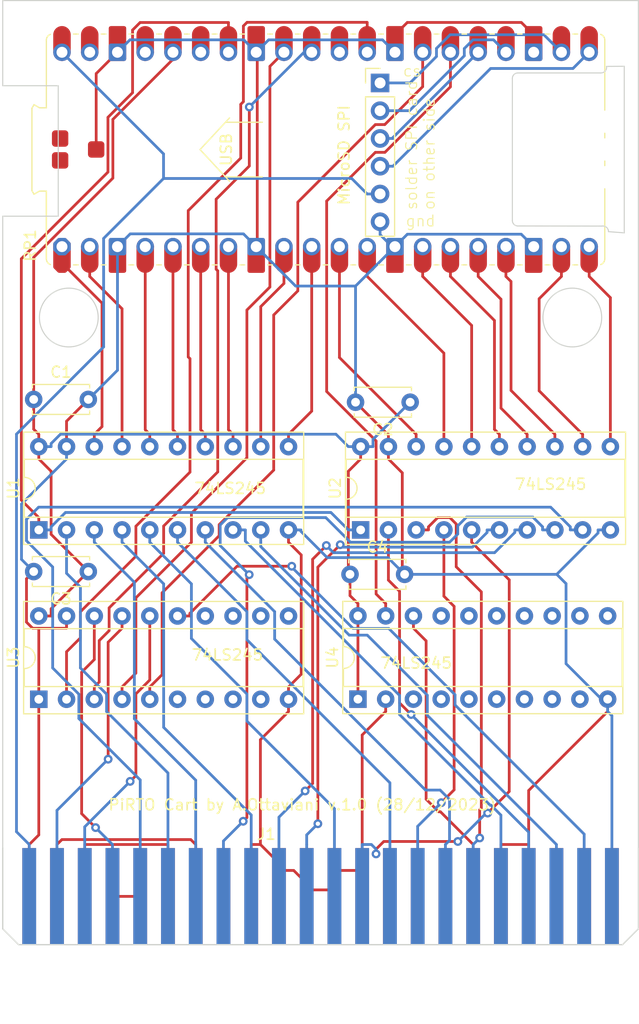
<source format=kicad_pcb>
(kicad_pcb (version 20221018) (generator pcbnew)
  (layers (0 "F.Cu" signal) (31 "B.Cu" signal) (34 "B.Paste" user) (35 "F.Paste" user) (36 "B.SilkS" user "B.Silkscreen") (37 "F.SilkS" user "F.Silkscreen") (38 "B.Mask" user) (39 "F.Mask" user) (44 "Edge.Cuts" user))
  (net 0 "")
  (net 1 "+5V")
  (net 2 "GND")
  (net 3 "~{msync'}")
  (net 4 "d7'")
  (net 6 "d8'")
  (net 7 "d6'")
  (net 8 "~{MSYNC}")
  (net 9 "d9'")
  (net 10 "d5'")
  (net 12 "d10'")
  (net 14 "d4'")
  (net 16 "d11'")
  (net 17 "d3'")
  (net 18 "d12'")
  (net 19 "d13'")
  (net 20 "d2'")
  (net 21 "d14'")
  (net 23 "d1'")
  (net 25 "d0'")
  (net 27 "d15'")
  (net 28 "Net-(J1-Pin_32)")
  (net 29 "bdir'")
  (net 30 "bc2'")
  (net 31 "bc1'")
  (net 32 "DIR")
  (net 33 "D7")
  (net 34 "D6")
  (net 35 "D5")
  (net 36 "D4")
  (net 37 "D3")
  (net 38 "D2")
  (net 39 "D1")
  (net 40 "D0")
  (net 41 "D15")
  (net 42 "Net-(J1-Pin_34)")
  (net 43 "D14")
  (net 44 "Net-(J1-Pin_36)")
  (net 45 "D13")
  (net 46 "D12")
  (net 47 "D11")
  (net 48 "D10")
  (net 49 "D9")
  (net 50 "D8")
  (net 51 "BDIR")
  (net 52 "BC1")
  (net 53 "BC2")
  (net 54 "+3.3V")
  (net 55 "rst'")
  (net 56 "RST")
  (net 65 "unconnected-(RP1-RUN-Pad30)")
  (net 66 "unconnected-(RP1-ADC_VREF-Pad35)")
  (net 67 "unconnected-(RP1-3v3_EN-Pad37)")
  (net 68 "unconnected-(RP1-VSYS-Pad39)")
  (net 71 "CS")
  (net 72 "SCK")
  (net 73 "MOSI")
  (net 74 "MISO")
  (footprint "Connector_PinHeader_2.54mm:PinHeader_1x06_P2.54mm_Vertical" (layer "F.Cu") (at 123.444 113.538)
    (fp_text reference "J2" hide)
    (fp_text value "MicroSD SPI")
  )
  (footprint "Raspberry:Raspberry_Pi_PicoW_SMT_THT" (layer "F.Cu") (at 118.364 119.634 90)
    (fp_text reference "RP1")
    (fp_text value "PicoWModule" hide)
    (fp_line (start -7 25.39) (end -6.99 17.69) (stroke (width 0.1)) (layer "Edge.Cuts"))
    (fp_line (start -6.49 17.19) (end 6.51 17.19) (stroke (width 0.1)) (layer "Edge.Cuts"))
    (fp_line (start 7.01 17.69) (end 7.01 25.3) (stroke (width 0.1)) (layer "Edge.Cuts"))
    (fp_arc (start -7 25.39) (mid -7.116269 25.807922) (end -7.51 25.99) (stroke (width 0.1)) (layer "Edge.Cuts"))
    (fp_arc (start -6.99 17.69) (mid -6.843553 17.336447) (end -6.49 17.19) (stroke (width 0.1)) (layer "Edge.Cuts"))
    (fp_arc (start 6.51 17.19) (mid 6.863553 17.336447) (end 7.01 17.69) (stroke (width 0.1)) (layer "Edge.Cuts"))
    (fp_arc (start 7.61 25.81) (mid 7.192078 25.693732) (end 7.01 25.3) (stroke (width 0.1)) (layer "Edge.Cuts"))
  )
  (footprint "Capacitor_THT:C_Disc_D5.0mm_W2.5mm_P5.00mm" (layer "F.Cu") (at 120.69 158.496)
    (fp_text reference "C4")
    (fp_text value "104")
  )
  (footprint "Capacitor_THT:C_Disc_D5.0mm_W2.5mm_P5.00mm" (layer "F.Cu") (at 126.198 142.748 180)
    (fp_text reference "C2")
    (fp_text value "104")
  )
  (footprint "Capacitor_THT:C_Disc_D5.0mm_W2.5mm_P5.00mm" (layer "F.Cu") (at 96.734 158.242 180)
    (fp_text reference "C3")
    (fp_text value "104")
  )
  (footprint "Package_DIP:DIP-20_W7.62mm_Socket" (layer "F.Cu") (at 92.202 169.926 90)
    (fp_text reference "U3")
    (fp_text value "74LS245")
  )
  (footprint "Package_DIP:DIP-20_W7.62mm_Socket" (layer "F.Cu") (at 121.666 154.432 90)
    (fp_text reference "U2")
    (fp_text value "74LS245")
  )
  (footprint "Package_DIP:DIP-20_W7.62mm_Socket" (layer "F.Cu") (at 92.202 154.432 90)
    (fp_text reference "U1")
    (fp_text value "74LS245")
  )
  (footprint "Capacitor_THT:C_Disc_D5.0mm_W2.5mm_P5.00mm" (layer "F.Cu") (at 91.734 142.494)
    (fp_text reference "C1")
    (fp_text value "104")
  )
  (footprint "Package_DIP:DIP-20_W7.62mm_Socket" (layer "F.Cu") (at 121.417 169.916 90)
    (fp_text reference "U4")
    (fp_text value "74LS245")
  )
  (footprint "Evan's misc parts:edge mounted 44 pin card edge connector (2x22 pin)" (layer "F.Cu") (at 88.9 183.54)
    (fp_text reference "J1")
    (fp_text value "2x22 card edge connector")
    (fp_line (start 0 7.39) (end 0 0) (stroke (width 0.12)) (layer "Edge.Cuts"))
    (fp_line (start 0 7.39) (end 1.45 8.84) (stroke (width 0.12)) (layer "Edge.Cuts"))
    (fp_line (start 56.7414 8.84) (end 1.45 8.84) (stroke (width 0.12)) (layer "Edge.Cuts"))
    (fp_line (start 58.1914 7.39) (end 56.7414 8.84) (stroke (width 0.12)) (layer "Edge.Cuts"))
    (fp_line (start 58.1914 7.39) (end 58.1914 0) (stroke (width 0.12)) (layer "Edge.Cuts"))
  )
  (gr_line (start 88.9 113.792) (end 93.98 113.792) (stroke (width 0.1)) (layer "Edge.Cuts"))
  (gr_line (start 147.0914 183.54) (end 147.0914 106) (stroke (width 0.1)) (layer "Edge.Cuts"))
  (gr_circle (center 94.94866 135) (end 97.63696 135) (stroke (width 0.1)) (fill none) (layer "Edge.Cuts"))
  (gr_line (start 88.9 125.73) (end 88.9 183.54) (stroke (width 0.1)) (layer "Edge.Cuts"))
  (gr_line (start 88.9 106) (end 88.9 113.792) (stroke (width 0.1)) (layer "Edge.Cuts"))
  (gr_line (start 145.796 112.014) (end 144.174 112.024) (stroke (width 0.1)) (layer "Edge.Cuts"))
  (gr_circle (center 141.04274 135) (end 143.73104 135) (stroke (width 0.1)) (fill none) (layer "Edge.Cuts"))
  (gr_line (start 93.98 113.792) (end 93.98 125.73) (stroke (width 0.1)) (layer "Edge.Cuts"))
  (gr_line (start 93.98 125.73) (end 88.9 125.73) (stroke (width 0.1)) (layer "Edge.Cuts"))
  (gr_line (start 145.796 127.254) (end 145.796 112.014) (stroke (width 0.1)) (layer "Edge.Cuts"))
  (gr_line (start 147.0914 106) (end 88.9 106) (stroke (width 0.1)) (layer "Edge.Cuts"))
  (gr_line (start 145.796 127.254) (end 144.354 127.144) (stroke (width 0.1)) (layer "Edge.Cuts"))
  (gr_text "solder SPI card \non other side" (at 128.524 125.222 90) (layer "F.SilkS") (effects (font (size 1 1) (thickness 0.1)) (justify left bottom)))
  (gr_text "cs" (at 125.476 113.03) (layer "F.SilkS") (effects (font (size 1 1) (thickness 0.1)) (justify left bottom)))
  (gr_text "gnd" (at 125.73 126.746) (layer "F.SilkS") (effects (font (size 1 1) (thickness 0.1)) (justify left bottom)))
  (gr_text "PiRTO Cart by A.Ottaviani v.1.0 (28/12/2023)" (at 116.332 179.578) (layer "F.SilkS") (effects (font (size 1 1))))
  (segment (start 94.324 109.134) (end 94.324 110.734) (width 0.25) (layer "F.Cu") (net 1))
  (segment (start 98.1358 137.6922) (end 90.1594 145.6686) (width 0.25) (layer "B.Cu") (net 1))
  (segment (start 91.3257 187.96) (end 91.3257 183.2131) (width 0.25) (layer "B.Cu") (net 1))
  (segment (start 90.1594 182.0468) (end 91.3257 183.2131) (width 0.25) (layer "B.Cu") (net 1))
  (segment (start 103.6201 122.2801) (end 98.1358 127.7644) (width 0.25) (layer "B.Cu") (net 1))
  (segment (start 120.8492 122.2801) (end 122.2671 123.698) (width 0.25) (layer "B.Cu") (net 1))
  (segment (start 90.1594 145.6686) (end 90.1594 182.0468) (width 0.25) (layer "B.Cu") (net 1))
  (segment (start 98.1358 127.7644) (end 98.1358 137.6922) (width 0.25) (layer "B.Cu") (net 1))
  (segment (start 103.6201 122.2801) (end 103.6201 120.0301) (width 0.25) (layer "B.Cu") (net 1))
  (segment (start 103.6201 122.2801) (end 120.8492 122.2801) (width 0.25) (layer "B.Cu") (net 1))
  (segment (start 123.444 123.698) (end 122.2671 123.698) (width 0.25) (layer "B.Cu") (net 1))
  (segment (start 103.6201 120.0301) (end 94.324 110.734) (width 0.25) (layer "B.Cu") (net 1))
  (segment (start 91.734 158.242) (end 91.0751 158.9009) (width 0.25) (layer "F.Cu") (net 2))
  (segment (start 119.2657 187.96) (end 119.2657 187.3666) (width 0.25) (layer "F.Cu") (net 2))
  (segment (start 124.804 128.514) (end 124.804 130.114) (width 0.25) (layer "F.Cu") (net 2))
  (segment (start 111.6457 187.96) (end 111.6457 183.2131) (width 0.25) (layer "F.Cu") (net 2))
  (segment (start 121.8057 185.5865) (end 121.8057 173.1942) (width 0.25) (layer "F.Cu") (net 2))
  (segment (start 96.734 142.494) (end 94.742 144.486) (width 0.25) (layer "F.Cu") (net 2))
  (segment (start 137.504 128.514) (end 137.504 130.114) (width 0.25) (layer "F.Cu") (net 2))
  (segment (start 114.1857 185.5865) (end 114.1857 184.9114) (width 0.25) (layer "F.Cu") (net 2))
  (segment (start 121.8057 187.96) (end 121.8057 185.5865) (width 0.25) (layer "F.Cu") (net 2))
  (segment (start 112.4874 173.6275) (end 112.4874 183.2131) (width 0.25) (layer "F.Cu") (net 2))
  (segment (start 92.202 169.926) (end 92.202 168.7991) (width 0.25) (layer "F.Cu") (net 2))
  (segment (start 112.104 128.514) (end 112.1991 128.4189) (width 0.25) (layer "F.Cu") (net 2))
  (segment (start 137.0457 178.2742) (end 137.0457 183.2131) (width 0.25) (layer "F.Cu") (net 2))
  (segment (start 123.957 169.916) (end 123.957 171.0429) (width 0.25) (layer "F.Cu") (net 2))
  (segment (start 125.9338 108.0042) (end 124.804 109.134) (width 0.25) (layer "F.Cu") (net 2))
  (segment (start 115.062 155.5589) (end 116.2229 156.7198) (width 0.25) (layer "F.Cu") (net 2))
  (segment (start 116.7257 187.3666) (end 119.2657 187.3666) (width 0.25) (layer "F.Cu") (net 2))
  (segment (start 92.202 163.4329) (end 94.742 163.4329) (width 0.25) (layer "F.Cu") (net 2))
  (segment (start 92.202 163.4329) (end 92.202 168.7991) (width 0.25) (layer "F.Cu") (net 2))
  (segment (start 134.5057 187.96) (end 134.5057 183.2131) (width 0.25) (layer "F.Cu") (net 2))
  (segment (start 116.7257 187.3666) (end 116.7257 186.7732) (width 0.25) (layer "F.Cu") (net 2))
  (segment (start 91.0751 162.8695) (end 91.6385 163.4329) (width 0.25) (layer "F.Cu") (net 2))
  (segment (start 136.3742 108.0042) (end 125.9338 108.0042) (width 0.25) (layer "F.Cu") (net 2))
  (segment (start 92.202 169.926) (end 92.202 182.3368) (width 0.25) (layer "F.Cu") (net 2))
  (segment (start 137.504 110.734) (end 137.504 109.134) (width 0.25) (layer "F.Cu") (net 2))
  (segment (start 114.1857 184.9114) (end 112.4874 183.2131) (width 0.25) (layer "F.Cu") (net 2))
  (segment (start 125.69 158.496) (end 125.476 158.282) (width 0.25) (layer "F.Cu") (net 2))
  (segment (start 124.1351 145.6851) (end 121.198 142.748) (width 0.25) (layer "F.Cu") (net 2))
  (segment (start 115.539 185.5865) (end 114.1857 185.5865) (width 0.25) (layer "F.Cu") (net 2))
  (segment (start 144.277 169.916) (end 144.277 171.0429) (width 0.25) (layer "F.Cu") (net 2))
  (segment (start 116.7257 186.7732) (end 115.539 185.5865) (width 0.25) (layer "F.Cu") (net 2))
  (segment (start 115.062 169.926) (end 115.062 168.7991) (width 0.25) (layer "F.Cu") (net 2))
  (segment (start 125.476 149.2089) (end 124.206 147.9389) (width 0.25) (layer "F.Cu") (net 2))
  (segment (start 144.277 171.0429) (end 137.0457 178.2742) (width 0.25) (layer "F.Cu") (net 2))
  (segment (start 91.6385 163.4329) (end 92.202 163.4329) (width 0.25) (layer "F.Cu") (net 2))
  (segment (start 112.4874 183.2131) (end 111.6457 183.2131) (width 0.25) (layer "F.Cu") (net 2))
  (segment (start 99.404 128.514) (end 99.404 130.114) (width 0.25) (layer "F.Cu") (net 2))
  (segment (start 116.7257 187.96) (end 116.7257 187.3666) (width 0.25) (layer "F.Cu") (net 2))
  (segment (start 115.062 171.0529) (end 112.4874 173.6275) (width 0.25) (layer "F.Cu") (net 2))
  (segment (start 124.206 146.812) (end 124.206 145.6851) (width 0.25) (layer "F.Cu") (net 2))
  (segment (start 116.2229 156.7198) (end 116.2229 167.6382) (width 0.25) (layer "F.Cu") (net 2))
  (segment (start 116.2229 167.6382) (end 115.062 168.7991) (width 0.25) (layer "F.Cu") (net 2))
  (segment (start 115.062 154.432) (end 115.062 155.5589) (width 0.25) (layer "F.Cu") (net 2))
  (segment (start 124.206 145.6851) (end 124.1351 145.6851) (width 0.25) (layer "F.Cu") (net 2))
  (segment (start 119.2657 187.3666) (end 119.2657 185.5865) (width 0.25) (layer "F.Cu") (net 2))
  (segment (start 137.0457 187.96) (end 137.0457 183.3265) (width 0.25) (layer "F.Cu") (net 2))
  (segment (start 112.104 130.114) (end 112.104 128.514) (width 0.25) (layer "F.Cu") (net 2))
  (segment (start 99.404 109.134) (end 99.404 110.734) (width 0.25) (layer "F.Cu") (net 2))
  (segment (start 121.8057 185.5865) (end 119.2657 185.5865) (width 0.25) (layer "F.Cu") (net 2))
  (segment (start 121.8057 173.1942) (end 123.957 171.0429) (width 0.25) (layer "F.Cu") (net 2))
  (segment (start 92.202 182.3368) (end 91.3257 183.2131) (width 0.25) (layer "F.Cu") (net 2))
  (segment (start 112.1991 128.4189) (end 112.1991 110.8291) (width 0.25) (layer "F.Cu") (net 2))
  (segment (start 137.0457 183.2131) (end 134.5057 183.2131) (width 0.25) (layer "F.Cu") (net 2))
  (segment (start 94.742 144.486) (end 94.742 146.812) (width 0.25) (layer "F.Cu") (net 2))
  (segment (start 137.0457 183.3265) (end 137.0457 183.2131) (width 0.25) (layer "F.Cu") (net 2))
  (segment (start 97.454 112.684) (end 99.404 110.734) (width 0.25) (layer "F.Cu") (net 2))
  (segment (start 125.476 158.282) (end 125.476 149.2089) (width 0.25) (layer "F.Cu") (net 2))
  (segment (start 91.3257 187.96) (end 91.3257 183.2131) (width 0.25) (layer "F.Cu") (net 2))
  (segment (start 124.206 146.812) (end 124.206 147.9389) (width 0.25) (layer "F.Cu") (net 2))
  (segment (start 94.742 162.306) (end 94.742 163.4329) (width 0.25) (layer "F.Cu") (net 2))
  (segment (start 137.504 109.134) (end 136.3742 108.0042) (width 0.25) (layer "F.Cu") (net 2))
  (segment (start 112.1991 110.8291) (end 112.104 110.734) (width 0.25) (layer "F.Cu") (net 2))
  (segment (start 91.0751 158.9009) (end 91.0751 162.8695) (width 0.25) (layer "F.Cu") (net 2))
  (segment (start 114.1857 187.96) (end 114.1857 185.5865) (width 0.25) (layer "F.Cu") (net 2))
  (segment (start 115.062 169.926) (end 115.062 171.0529) (width 0.25) (layer "F.Cu") (net 2))
  (segment (start 124.804 109.134) (end 124.804 110.734) (width 0.25) (layer "F.Cu") (net 2))
  (segment (start 97.454 119.624) (end 97.454 112.684) (width 0.25) (layer "F.Cu") (net 2))
  (segment (start 112.104 109.134) (end 112.104 110.734) (width 0.25) (layer "F.Cu") (net 2))
  (segment (start 124.804 128.514) (end 125.9417 127.3763) (width 0.25) (layer "B.Cu") (net 2))
  (segment (start 124.4873 128.514) (end 124.804 128.514) (width 0.25) (layer "B.Cu") (net 2))
  (segment (start 144.277 169.916) (end 144.277 170.4794) (width 0.25) (layer "B.Cu") (net 2))
  (segment (start 110.9659 109.5959) (end 112.104 110.734) (width 0.25) (layer "B.Cu") (net 2))
  (segment (start 140.467 159.3462) (end 139.6168 158.496) (width 0.25) (layer "B.Cu") (net 2))
  (segment (start 123.6668 109.5968) (end 113.2412 109.5968) (width 0.25) (layer "B.Cu") (net 2))
  (segment (start 121.198 142.748) (end 121.198 132.12) (width 0.25) (layer "B.Cu") (net 2))
  (segment (start 124.1592 156.9652) (end 125.69 158.496) (width 0.25) (layer "B.Cu") (net 2))
  (segment (start 121.198 132.12) (end 115.71 132.12) (width 0.25) (layer "B.Cu") (net 2))
  (segment (start 123.444 126.238) (end 123.444 127.4149) (width 0.25) (layer "B.Cu") (net 2))
  (segment (start 124.804 110.734) (end 123.6668 109.5968) (width 0.25) (layer "B.Cu") (net 2))
  (segment (start 124.4873 128.4582) (end 123.444 127.4149) (width 0.25) (layer "B.Cu") (net 2))
  (segment (start 144.6657 187.96) (end 144.6657 171.4316) (width 0.25) (layer "B.Cu") (net 2))
  (segment (start 121.198 132.12) (end 124.4873 128.8307) (width 0.25) (layer "B.Cu") (net 2))
  (segment (start 100.5712 127.3468) (end 110.9368 127.3468) (width 0.25) (layer "B.Cu") (net 2))
  (segment (start 99.404 110.734) (end 100.5421 109.5959) (width 0.25) (layer "B.Cu") (net 2))
  (segment (start 90.6184 157.1264) (end 91.734 158.242) (width 0.25) (layer "B.Cu") (net 2))
  (segment (start 113.2412 109.5968) (end 112.104 110.734) (width 0.25) (layer "B.Cu") (net 2))
  (segment (start 124.4873 128.8307) (end 124.4873 128.514) (width 0.25) (layer "B.Cu") (net 2))
  (segment (start 110.9368 127.3468) (end 112.104 128.514) (width 0.25) (layer "B.Cu") (net 2))
  (segment (start 124.4873 128.514) (end 124.4873 128.4582) (width 0.25) (layer "B.Cu") (net 2))
  (segment (start 116.1889 154.5531) (end 118.601 156.9652) (width 0.25) (layer "B.Cu") (net 2))
  (segment (start 116.1889 154.432) (end 116.1889 154.5531) (width 0.25) (layer "B.Cu") (net 2))
  (segment (start 94.742 146.812) (end 94.742 147.9389) (width 0.25) (layer "B.Cu") (net 2))
  (segment (start 144.526 154.432) (end 143.3991 154.432) (width 0.25) (layer "B.Cu") (net 2))
  (segment (start 139.6168 158.496) (end 125.69 158.496) (width 0.25) (layer "B.Cu") (net 2))
  (segment (start 143.3991 154.432) (end 143.3991 154.7137) (width 0.25) (layer "B.Cu") (net 2))
  (segment (start 90.6184 152.0625) (end 90.6184 157.1264) (width 0.25) (layer "B.Cu") (net 2))
  (segment (start 144.6657 171.4316) (end 144.277 171.0429) (width 0.25) (layer "B.Cu") (net 2))
  (segment (start 144.277 170.4794) (end 140.467 166.6694) (width 0.25) (layer "B.Cu") (net 2))
  (segment (start 118.601 156.9652) (end 124.1592 156.9652) (width 0.25) (layer "B.Cu") (net 2))
  (segment (start 144.277 170.4794) (end 144.277 171.0429) (width 0.25) (layer "B.Cu") (net 2))
  (segment (start 115.71 132.12) (end 112.104 128.514) (width 0.25) (layer "B.Cu") (net 2))
  (segment (start 115.062 154.432) (end 116.1889 154.432) (width 0.25) (layer "B.Cu") (net 2))
  (segment (start 136.3663 127.3763) (end 137.504 128.514) (width 0.25) (layer "B.Cu") (net 2))
  (segment (start 99.404 139.824) (end 96.734 142.494) (width 0.25) (layer "B.Cu") (net 2))
  (segment (start 100.5421 109.5959) (end 110.9659 109.5959) (width 0.25) (layer "B.Cu") (net 2))
  (segment (start 143.3991 154.7137) (end 139.6168 158.496) (width 0.25) (layer "B.Cu") (net 2))
  (segment (start 99.404 128.514) (end 100.5712 127.3468) (width 0.25) (layer "B.Cu") (net 2))
  (segment (start 94.742 147.9389) (end 90.6184 152.0625) (width 0.25) (layer "B.Cu") (net 2))
  (segment (start 99.404 128.514) (end 99.404 139.824) (width 0.25) (layer "B.Cu") (net 2))
  (segment (start 125.9417 127.3763) (end 136.3663 127.3763) (width 0.25) (layer "B.Cu") (net 2))
  (segment (start 140.467 166.6694) (end 140.467 159.3462) (width 0.25) (layer "B.Cu") (net 2))
  (segment (start 110.3475 157.7539) (end 106.0289 162.0725) (width 0.25) (layer "F.Cu") (net 3))
  (segment (start 104.902 162.306) (end 106.0289 162.306) (width 0.25) (layer "F.Cu") (net 3))
  (segment (start 106.0289 162.0725) (end 106.0289 162.306) (width 0.25) (layer "F.Cu") (net 3))
  (segment (start 115.3562 157.7539) (end 110.3475 157.7539) (width 0.25) (layer "F.Cu") (net 3))
  (via (at 115.3562 157.7539) (size 0.8) (drill 0.4) (layers "F.Cu" "B.Cu") (net 3))
  (segment (start 142.1257 187.96) (end 142.1257 182.2649) (width 0.25) (layer "B.Cu") (net 3))
  (segment (start 130.307 169.5149) (end 124.2395 163.4474) (width 0.25) (layer "B.Cu") (net 3))
  (segment (start 142.1257 182.2649) (end 130.307 170.4462) (width 0.25) (layer "B.Cu") (net 3))
  (segment (start 120.9676 163.4474) (end 115.3562 157.836) (width 0.25) (layer "B.Cu") (net 3))
  (segment (start 124.2395 163.4474) (end 120.9676 163.4474) (width 0.25) (layer "B.Cu") (net 3))
  (segment (start 115.3562 157.836) (end 115.3562 157.7539) (width 0.25) (layer "B.Cu") (net 3))
  (segment (start 130.307 170.4462) (end 130.307 169.5149) (width 0.25) (layer "B.Cu") (net 3))
  (segment (start 139.5857 187.96) (end 139.5857 183.2131) (width 0.25) (layer "B.Cu") (net 4))
  (segment (start 112.522 154.432) (end 112.522 155.5589) (width 0.25) (layer "B.Cu") (net 4))
  (segment (start 112.522 155.9583) (end 120.6221 164.0584) (width 0.25) (layer "B.Cu") (net 4))
  (segment (start 120.6221 164.0584) (end 122.2711 164.0584) (width 0.25) (layer "B.Cu") (net 4))
  (segment (start 122.2711 164.0584) (end 127.767 169.5543) (width 0.25) (layer "B.Cu") (net 4))
  (segment (start 127.767 171.3944) (end 139.5857 183.2131) (width 0.25) (layer "B.Cu") (net 4))
  (segment (start 112.522 155.5589) (end 112.522 155.9583) (width 0.25) (layer "B.Cu") (net 4))
  (segment (start 127.767 169.5543) (end 127.767 171.3944) (width 0.25) (layer "B.Cu") (net 4))
  (segment (start 124.206 159.0249) (end 124.206 154.432) (width 0.25) (layer "F.Cu") (net 6))
  (segment (start 125.227 170.2612) (end 125.227 160.0459) (width 0.25) (layer "F.Cu") (net 6))
  (segment (start 126.2845 171.3187) (end 125.227 170.2612) (width 0.25) (layer "F.Cu") (net 6))
  (segment (start 125.227 160.0459) (end 124.206 159.0249) (width 0.25) (layer "F.Cu") (net 6))
  (via (at 126.2845 171.3187) (size 0.8) (drill 0.4) (layers "F.Cu" "B.Cu") (net 6))
  (segment (start 137.0457 187.96) (end 137.0457 182.0799) (width 0.25) (layer "B.Cu") (net 6))
  (segment (start 137.0457 182.0799) (end 126.2845 171.3187) (width 0.25) (layer "B.Cu") (net 6))
  (segment (start 109.982 154.432) (end 111.1089 154.432) (width 0.25) (layer "B.Cu") (net 7))
  (segment (start 125.227 171.3268) (end 133.5118 179.6116) (width 0.25) (layer "B.Cu") (net 7))
  (segment (start 111.1089 154.432) (end 111.1089 155.4544) (width 0.25) (layer "B.Cu") (net 7))
  (segment (start 125.227 169.5725) (end 125.227 171.3268) (width 0.25) (layer "B.Cu") (net 7))
  (segment (start 134.5057 180.527) (end 134.5057 183.2131) (width 0.25) (layer "B.Cu") (net 7))
  (segment (start 133.5903 179.6116) (end 134.5057 180.527) (width 0.25) (layer "B.Cu") (net 7))
  (segment (start 133.5118 179.6116) (end 133.5903 179.6116) (width 0.25) (layer "B.Cu") (net 7))
  (segment (start 134.5057 187.96) (end 134.5057 183.2131) (width 0.25) (layer "B.Cu") (net 7))
  (segment (start 111.1089 155.4544) (end 125.227 169.5725) (width 0.25) (layer "B.Cu") (net 7))
  (segment (start 103.4889 167.6722) (end 103.4889 160.1853) (width 0.25) (layer "F.Cu") (net 8))
  (segment (start 113.7059 148.9576) (end 113.7059 134.7682) (width 0.25) (layer "F.Cu") (net 8))
  (segment (start 108.712 154.9622) (end 108.712 153.9515) (width 0.25) (layer "F.Cu") (net 8))
  (segment (start 127.344 113.8789) (end 127.344 110.734) (width 0.25) (layer "F.Cu") (net 8))
  (segment (start 115.914 124.4448) (end 123.0108 117.348) (width 0.25) (layer "F.Cu") (net 8))
  (segment (start 113.7059 134.7682) (end 115.914 132.5601) (width 0.25) (layer "F.Cu") (net 8))
  (segment (start 127.344 109.134) (end 127.344 110.734) (width 0.25) (layer "F.Cu") (net 8))
  (segment (start 102.362 168.7991) (end 103.4889 167.6722) (width 0.25) (layer "F.Cu") (net 8))
  (segment (start 123.0108 117.348) (end 123.8749 117.348) (width 0.25) (layer "F.Cu") (net 8))
  (segment (start 115.914 132.5601) (end 115.914 124.4448) (width 0.25) (layer "F.Cu") (net 8))
  (segment (start 103.4889 160.1853) (end 108.712 154.9622) (width 0.25) (layer "F.Cu") (net 8))
  (segment (start 102.362 169.926) (end 102.362 168.7991) (width 0.25) (layer "F.Cu") (net 8))
  (segment (start 108.712 153.9515) (end 113.7059 148.9576) (width 0.25) (layer "F.Cu") (net 8))
  (segment (start 123.8749 117.348) (end 127.344 113.8789) (width 0.25) (layer "F.Cu") (net 8))
  (segment (start 132.5623 180.0375) (end 132.5623 182.6165) (width 0.25) (layer "F.Cu") (net 9))
  (segment (start 127.8729 154.1503) (end 128.7191 153.3041) (width 0.25) (layer "F.Cu") (net 9))
  (segment (start 129.8306 153.3041) (end 130.4129 153.8864) (width 0.25) (layer "F.Cu") (net 9))
  (segment (start 127.8729 154.432) (end 127.8729 154.1503) (width 0.25) (layer "F.Cu") (net 9))
  (segment (start 132.7124 160.1031) (end 132.7124 179.8874) (width 0.25) (layer "F.Cu") (net 9))
  (segment (start 128.7191 153.3041) (end 129.8306 153.3041) (width 0.25) (layer "F.Cu") (net 9))
  (segment (start 132.7124 179.8874) (end 132.5623 180.0375) (width 0.25) (layer "F.Cu") (net 9))
  (segment (start 126.746 154.432) (end 127.8729 154.432) (width 0.25) (layer "F.Cu") (net 9))
  (segment (start 130.4129 157.8036) (end 132.7124 160.1031) (width 0.25) (layer "F.Cu") (net 9))
  (segment (start 130.4129 153.8864) (end 130.4129 157.8036) (width 0.25) (layer "F.Cu") (net 9))
  (via (at 132.5623 182.6165) (size 0.8) (drill 0.4) (layers "F.Cu" "B.Cu") (net 9))
  (segment (start 131.9657 183.2131) (end 132.5623 182.6165) (width 0.25) (layer "B.Cu") (net 9))
  (segment (start 131.9657 187.96) (end 131.9657 183.2131) (width 0.25) (layer "B.Cu") (net 9))
  (segment (start 113.792 164.4232) (end 113.792 161.9089) (width 0.25) (layer "B.Cu") (net 10))
  (segment (start 128.9427 178.2335) (end 127.6023 178.2335) (width 0.25) (layer "B.Cu") (net 10))
  (segment (start 127.6023 178.2335) (end 113.792 164.4232) (width 0.25) (layer "B.Cu") (net 10))
  (segment (start 129.8018 179.0926) (end 128.9427 178.2335) (width 0.25) (layer "B.Cu") (net 10))
  (segment (start 129.8018 182.837) (end 129.8018 179.0926) (width 0.25) (layer "B.Cu") (net 10))
  (segment (start 107.442 154.432) (end 107.442 155.5589) (width 0.25) (layer "B.Cu") (net 10))
  (segment (start 129.4257 187.96) (end 129.4257 183.2131) (width 0.25) (layer "B.Cu") (net 10))
  (segment (start 113.792 161.9089) (end 107.442 155.5589) (width 0.25) (layer "B.Cu") (net 10))
  (segment (start 129.4257 183.2131) (end 129.8018 182.837) (width 0.25) (layer "B.Cu") (net 10))
  (segment (start 129.286 160.4941) (end 129.286 154.432) (width 0.25) (layer "F.Cu") (net 12))
  (segment (start 130.2209 161.429) (end 129.286 160.4941) (width 0.25) (layer "F.Cu") (net 12))
  (segment (start 129.0458 179.3868) (end 130.2209 178.2117) (width 0.25) (layer "F.Cu") (net 12))
  (segment (start 130.2209 178.2117) (end 130.2209 161.429) (width 0.25) (layer "F.Cu") (net 12))
  (via (at 129.0458 179.3868) (size 0.8) (drill 0.4) (layers "F.Cu" "B.Cu") (net 12))
  (segment (start 126.8857 181.5469) (end 129.0458 179.3868) (width 0.25) (layer "B.Cu") (net 12))
  (segment (start 126.8857 187.96) (end 126.8857 181.5469) (width 0.25) (layer "B.Cu") (net 12))
  (segment (start 124.3457 187.96) (end 124.3457 177.57) (width 0.25) (layer "B.Cu") (net 14))
  (segment (start 111.252 161.9089) (end 104.902 155.5589) (width 0.25) (layer "B.Cu") (net 14))
  (segment (start 111.252 164.4763) (end 111.252 161.9089) (width 0.25) (layer "B.Cu") (net 14))
  (segment (start 104.902 154.432) (end 104.902 155.5589) (width 0.25) (layer "B.Cu") (net 14))
  (segment (start 124.3457 177.57) (end 111.252 164.4763) (width 0.25) (layer "B.Cu") (net 14))
  (segment (start 135.2661 178.3616) (end 135.2661 158.999) (width 0.25) (layer "F.Cu") (net 16))
  (segment (start 133.2892 180.3385) (end 135.2661 178.3616) (width 0.25) (layer "F.Cu") (net 16))
  (segment (start 131.826 154.432) (end 131.826 155.5589) (width 0.25) (layer "F.Cu") (net 16))
  (segment (start 123.0757 183.6445) (end 123.7836 182.9366) (width 0.25) (layer "F.Cu") (net 16))
  (segment (start 123.7836 182.9366) (end 130.5631 182.9366) (width 0.25) (layer "F.Cu") (net 16))
  (segment (start 135.2661 158.999) (end 131.826 155.5589) (width 0.25) (layer "F.Cu") (net 16))
  (segment (start 123.0757 184.0745) (end 123.0757 183.6445) (width 0.25) (layer "F.Cu") (net 16))
  (via (at 133.2892 180.3385) (size 0.8) (drill 0.4) (layers "F.Cu" "B.Cu") (net 16))
  (via (at 130.5631 182.9366) (size 0.8) (drill 0.4) (layers "F.Cu" "B.Cu") (net 16))
  (via (at 123.0757 184.0745) (size 0.8) (drill 0.4) (layers "F.Cu" "B.Cu") (net 16))
  (segment (start 121.8057 187.96) (end 121.8057 183.2131) (width 0.25) (layer "B.Cu") (net 16))
  (segment (start 133.1612 180.3385) (end 130.5631 182.9366) (width 0.25) (layer "B.Cu") (net 16))
  (segment (start 123.0756 184.0745) (end 123.0757 184.0745) (width 0.25) (layer "B.Cu") (net 16))
  (segment (start 133.2892 180.3385) (end 133.1612 180.3385) (width 0.25) (layer "B.Cu") (net 16))
  (segment (start 122.6474 183.2131) (end 123.0756 183.6413) (width 0.25) (layer "B.Cu") (net 16))
  (segment (start 121.8057 183.2131) (end 122.6474 183.2131) (width 0.25) (layer "B.Cu") (net 16))
  (segment (start 123.0756 183.6413) (end 123.0756 184.0745) (width 0.25) (layer "B.Cu") (net 16))
  (segment (start 119.2657 187.96) (end 119.2657 179.9364) (width 0.25) (layer "B.Cu") (net 17))
  (segment (start 111.252 171.9227) (end 111.252 169.4455) (width 0.25) (layer "B.Cu") (net 17))
  (segment (start 111.252 169.4455) (end 106.172 164.3655) (width 0.25) (layer "B.Cu") (net 17))
  (segment (start 119.2657 179.9364) (end 111.252 171.9227) (width 0.25) (layer "B.Cu") (net 17))
  (segment (start 102.362 154.432) (end 102.362 155.5589) (width 0.25) (layer "B.Cu") (net 17))
  (segment (start 106.172 164.3655) (end 106.172 159.3689) (width 0.25) (layer "B.Cu") (net 17))
  (segment (start 106.172 159.3689) (end 102.362 155.5589) (width 0.25) (layer "B.Cu") (net 17))
  (segment (start 117.7483 181.3125) (end 117.7483 157.8331) (width 0.25) (layer "F.Cu") (net 18))
  (segment (start 117.7483 157.8331) (end 119.7966 155.7848) (width 0.25) (layer "F.Cu") (net 18))
  (via (at 119.7966 155.7848) (size 0.8) (drill 0.4) (layers "F.Cu" "B.Cu") (net 18))
  (via (at 117.7483 181.3125) (size 0.8) (drill 0.4) (layers "F.Cu" "B.Cu") (net 18))
  (segment (start 116.7257 182.3351) (end 117.7483 181.3125) (width 0.25) (layer "B.Cu") (net 18))
  (segment (start 133.2391 154.6655) (end 131.8938 156.0108) (width 0.25) (layer "B.Cu") (net 18))
  (segment (start 116.7257 187.96) (end 116.7257 183.2131) (width 0.25) (layer "B.Cu") (net 18))
  (segment (start 120.0226 156.0108) (end 119.7966 155.7848) (width 0.25) (layer "B.Cu") (net 18))
  (segment (start 131.8938 156.0108) (end 120.0226 156.0108) (width 0.25) (layer "B.Cu") (net 18))
  (segment (start 133.2391 154.432) (end 133.2391 154.6655) (width 0.25) (layer "B.Cu") (net 18))
  (segment (start 116.7257 183.2131) (end 116.7257 182.3351) (width 0.25) (layer "B.Cu") (net 18))
  (segment (start 134.366 154.432) (end 133.2391 154.432) (width 0.25) (layer "B.Cu") (net 18))
  (segment (start 117.269 157.1141) (end 118.5234 155.8597) (width 0.25) (layer "F.Cu") (net 19))
  (segment (start 117.269 177.6289) (end 117.269 157.1141) (width 0.25) (layer "F.Cu") (net 19))
  (segment (start 116.5838 178.3141) (end 117.269 177.6289) (width 0.25) (layer "F.Cu") (net 19))
  (via (at 118.5234 155.8597) (size 0.8) (drill 0.4) (layers "F.Cu" "B.Cu") (net 19))
  (via (at 116.5838 178.3141) (size 0.8) (drill 0.4) (layers "F.Cu" "B.Cu") (net 19))
  (segment (start 133.9313 156.5133) (end 135.7791 154.6655) (width 0.25) (layer "B.Cu") (net 19))
  (segment (start 135.7791 154.6655) (end 135.7791 154.432) (width 0.25) (layer "B.Cu") (net 19))
  (segment (start 118.5234 155.8597) (end 119.177 156.5133) (width 0.25) (layer "B.Cu") (net 19))
  (segment (start 114.1857 187.96) (end 114.1857 180.7122) (width 0.25) (layer "B.Cu") (net 19))
  (segment (start 114.1857 180.7122) (end 116.5838 178.3141) (width 0.25) (layer "B.Cu") (net 19))
  (segment (start 136.906 154.432) (end 135.7791 154.432) (width 0.25) (layer "B.Cu") (net 19))
  (segment (start 119.177 156.5133) (end 133.9313 156.5133) (width 0.25) (layer "B.Cu") (net 19))
  (segment (start 103.6319 159.3688) (end 103.6319 172.4946) (width 0.25) (layer "B.Cu") (net 20))
  (segment (start 99.822 154.432) (end 99.822 155.5589) (width 0.25) (layer "B.Cu") (net 20))
  (segment (start 111.6457 180.5084) (end 111.6457 187.96) (width 0.25) (layer "B.Cu") (net 20))
  (segment (start 99.822 155.5589) (end 103.6319 159.3688) (width 0.25) (layer "B.Cu") (net 20))
  (segment (start 103.6319 172.4946) (end 111.6457 180.5084) (width 0.25) (layer "B.Cu") (net 20))
  (segment (start 111.252 158.7337) (end 111.4613 158.5244) (width 0.25) (layer "F.Cu") (net 21))
  (segment (start 111.252 180.7471) (end 111.252 158.7337) (width 0.25) (layer "F.Cu") (net 21))
  (segment (start 110.9127 181.0864) (end 111.252 180.7471) (width 0.25) (layer "F.Cu") (net 21))
  (via (at 110.9127 181.0864) (size 0.8) (drill 0.4) (layers "F.Cu" "B.Cu") (net 21))
  (via (at 111.4613 158.5244) (size 0.8) (drill 0.4) (layers "F.Cu" "B.Cu") (net 21))
  (segment (start 111.4613 158.5244) (end 108.806 155.8691) (width 0.25) (layer "B.Cu") (net 21))
  (segment (start 139.446 154.432) (end 138.3191 154.432) (width 0.25) (layer "B.Cu") (net 21))
  (segment (start 138.3191 154.1503) (end 138.3191 154.432) (width 0.25) (layer "B.Cu") (net 21))
  (segment (start 109.1057 182.8934) (end 110.9127 181.0864) (width 0.25) (layer "B.Cu") (net 21))
  (segment (start 120.7306 155.5589) (end 129.8064 155.5589) (width 0.25) (layer "B.Cu") (net 21))
  (segment (start 129.8064 155.5589) (end 130.556 154.8093) (width 0.25) (layer "B.Cu") (net 21))
  (segment (start 131.3617 153.2555) (end 137.4243 153.2555) (width 0.25) (layer "B.Cu") (net 21))
  (segment (start 130.556 154.8093) (end 130.556 154.0612) (width 0.25) (layer "B.Cu") (net 21))
  (segment (start 137.4243 153.2555) (end 138.3191 154.1503) (width 0.25) (layer "B.Cu") (net 21))
  (segment (start 109.4872 153.3051) (end 118.4768 153.3051) (width 0.25) (layer "B.Cu") (net 21))
  (segment (start 130.556 154.0612) (end 131.3617 153.2555) (width 0.25) (layer "B.Cu") (net 21))
  (segment (start 118.4768 153.3051) (end 120.7306 155.5589) (width 0.25) (layer "B.Cu") (net 21))
  (segment (start 108.806 155.8691) (end 108.806 153.9863) (width 0.25) (layer "B.Cu") (net 21))
  (segment (start 109.1057 187.96) (end 109.1057 182.8934) (width 0.25) (layer "B.Cu") (net 21))
  (segment (start 108.806 153.9863) (end 109.4872 153.3051) (width 0.25) (layer "B.Cu") (net 21))
  (segment (start 97.282 154.432) (end 97.282 155.5589) (width 0.25) (layer "B.Cu") (net 23))
  (segment (start 100.9489 171.713) (end 100.9489 159.2258) (width 0.25) (layer "B.Cu") (net 23))
  (segment (start 106.5657 177.3298) (end 100.9489 171.713) (width 0.25) (layer "B.Cu") (net 23))
  (segment (start 106.5657 187.96) (end 106.5657 177.3298) (width 0.25) (layer "B.Cu") (net 23))
  (segment (start 100.9489 159.2258) (end 97.282 155.5589) (width 0.25) (layer "B.Cu") (net 23))
  (segment (start 96.0121 159.6678) (end 94.742 158.3977) (width 0.25) (layer "B.Cu") (net 25))
  (segment (start 96.0121 167.0624) (end 96.0121 159.6678) (width 0.25) (layer "B.Cu") (net 25))
  (segment (start 104.0257 187.96) (end 104.0257 176.6698) (width 0.25) (layer "B.Cu") (net 25))
  (segment (start 98.4089 169.4592) (end 96.0121 167.0624) (width 0.25) (layer "B.Cu") (net 25))
  (segment (start 104.0257 176.6698) (end 98.4089 171.053) (width 0.25) (layer "B.Cu") (net 25))
  (segment (start 98.4089 171.053) (end 98.4089 169.4592) (width 0.25) (layer "B.Cu") (net 25))
  (segment (start 94.742 158.3977) (end 94.742 154.432) (width 0.25) (layer "B.Cu") (net 25))
  (segment (start 93.4721 167.0624) (end 95.8689 169.4592) (width 0.25) (layer "B.Cu") (net 27))
  (segment (start 93.4721 157.8243) (end 93.4721 167.0624) (width 0.25) (layer "B.Cu") (net 27))
  (segment (start 141.986 154.432) (end 140.8591 154.432) (width 0.25) (layer "B.Cu") (net 27))
  (segment (start 140.8591 154.432) (end 140.8591 154.1503) (width 0.25) (layer "B.Cu") (net 27))
  (segment (start 95.8689 171.6893) (end 101.4857 177.3061) (width 0.25) (layer "B.Cu") (net 27))
  (segment (start 101.4857 177.3061) (end 101.4857 187.96) (width 0.25) (layer "B.Cu") (net 27))
  (segment (start 92.1828 152.3494) (end 91.0751 153.4571) (width 0.25) (layer "B.Cu") (net 27))
  (segment (start 95.8689 169.4592) (end 95.8689 171.6893) (width 0.25) (layer "B.Cu") (net 27))
  (segment (start 91.0751 153.4571) (end 91.0751 155.4273) (width 0.25) (layer "B.Cu") (net 27))
  (segment (start 140.8591 154.1503) (end 139.0582 152.3494) (width 0.25) (layer "B.Cu") (net 27))
  (segment (start 139.0582 152.3494) (end 92.1828 152.3494) (width 0.25) (layer "B.Cu") (net 27))
  (segment (start 91.0751 155.4273) (end 93.4721 157.8243) (width 0.25) (layer "B.Cu") (net 27))
  (segment (start 106.5657 187.96) (end 106.5657 183.2131) (width 0.25) (layer "F.Cu") (net 28))
  (segment (start 106.5657 183.2131) (end 106.1138 182.7612) (width 0.25) (layer "F.Cu") (net 28))
  (segment (start 94.3176 182.7612) (end 93.8657 183.2131) (width 0.25) (layer "F.Cu") (net 28))
  (segment (start 106.1138 182.7612) (end 94.3176 182.7612) (width 0.25) (layer "F.Cu") (net 28))
  (segment (start 93.8657 187.96) (end 93.8657 183.2131) (width 0.25) (layer "F.Cu") (net 28))
  (segment (start 96.1246 167.4464) (end 97.282 166.289) (width 0.25) (layer "F.Cu") (net 29))
  (segment (start 96.1246 180.392) (end 96.1246 167.4464) (width 0.25) (layer "F.Cu") (net 29))
  (segment (start 97.4001 181.6675) (end 96.1246 180.392) (width 0.25) (layer "F.Cu") (net 29))
  (segment (start 97.282 166.289) (end 97.282 162.306) (width 0.25) (layer "F.Cu") (net 29))
  (via (at 97.4001 181.6675) (size 0.8) (drill 0.4) (layers "F.Cu" "B.Cu") (net 29))
  (segment (start 98.9457 183.2131) (end 97.4001 181.6675) (width 0.25) (layer "B.Cu") (net 29))
  (segment (start 98.9457 187.96) (end 98.9457 183.2131) (width 0.25) (layer "B.Cu") (net 29))
  (segment (start 102.362 162.306) (end 102.362 168.16) (width 0.25) (layer "F.Cu") (net 30))
  (segment (start 101.0919 169.4301) (end 101.0919 176.9107) (width 0.25) (layer "F.Cu") (net 30))
  (segment (start 102.362 168.16) (end 101.0919 169.4301) (width 0.25) (layer "F.Cu") (net 30))
  (segment (start 101.0919 176.9107) (end 100.5663 177.4363) (width 0.25) (layer "F.Cu") (net 30))
  (via (at 100.5663 177.4363) (size 0.8) (drill 0.4) (layers "F.Cu" "B.Cu") (net 30))
  (segment (start 96.4057 181.5969) (end 100.5663 177.4363) (width 0.25) (layer "B.Cu") (net 30))
  (segment (start 96.4057 187.96) (end 96.4057 181.5969) (width 0.25) (layer "B.Cu") (net 30))
  (segment (start 98.5497 164.7052) (end 98.5497 175.4076) (width 0.25) (layer "F.Cu") (net 31))
  (segment (start 99.822 162.306) (end 99.822 163.4329) (width 0.25) (layer "F.Cu") (net 31))
  (segment (start 99.822 163.4329) (end 98.5497 164.7052) (width 0.25) (layer "F.Cu") (net 31))
  (via (at 98.5497 175.4076) (size 0.8) (drill 0.4) (layers "F.Cu" "B.Cu") (net 31))
  (segment (start 93.8657 180.0916) (end 98.5497 175.4076) (width 0.25) (layer "B.Cu") (net 31))
  (segment (start 93.8657 187.96) (end 93.8657 180.0916) (width 0.25) (layer "B.Cu") (net 31))
  (segment (start 100.786 114.432) (end 98.532 116.686) (width 0.25) (layer "F.Cu") (net 32))
  (segment (start 109.564 109.134) (end 109.564 108.0071) (width 0.25) (layer "F.Cu") (net 32))
  (segment (start 90.6012 129.6256) (end 90.6012 151.7043) (width 0.25) (layer "F.Cu") (net 32))
  (segment (start 92.202 154.432) (end 92.202 153.3051) (width 0.25) (layer "F.Cu") (net 32))
  (segment (start 98.532 121.6948) (end 90.6012 129.6256) (width 0.25) (layer "F.Cu") (net 32))
  (segment (start 109.564 109.134) (end 109.564 110.734) (width 0.25) (layer "F.Cu") (net 32))
  (segment (start 90.6012 151.7043) (end 92.202 153.3051) (width 0.25) (layer "F.Cu") (net 32))
  (segment (start 109.564 108.0071) (end 101.4772 108.0071) (width 0.25) (layer "F.Cu") (net 32))
  (segment (start 98.532 116.686) (end 98.532 121.6948) (width 0.25) (layer "F.Cu") (net 32))
  (segment (start 101.4772 108.0071) (end 100.786 108.6983) (width 0.25) (layer "F.Cu") (net 32))
  (segment (start 100.786 108.6983) (end 100.786 114.432) (width 0.25) (layer "F.Cu") (net 32))
  (segment (start 118.9436 152.8365) (end 120.5391 154.432) (width 0.25) (layer "B.Cu") (net 32))
  (segment (start 92.202 154.432) (end 93.3289 154.432) (width 0.25) (layer "B.Cu") (net 32))
  (segment (start 93.3289 154.432) (end 93.3289 154.1503) (width 0.25) (layer "B.Cu") (net 32))
  (segment (start 93.3289 154.1503) (end 94.6427 152.8365) (width 0.25) (layer "B.Cu") (net 32))
  (segment (start 121.666 154.432) (end 120.5391 154.432) (width 0.25) (layer "B.Cu") (net 32))
  (segment (start 94.6427 152.8365) (end 118.9436 152.8365) (width 0.25) (layer "B.Cu") (net 32))
  (segment (start 115.062 146.812) (end 115.062 145.6851) (width 0.25) (layer "F.Cu") (net 33))
  (segment (start 117.184 128.514) (end 117.184 130.114) (width 0.25) (layer "F.Cu") (net 33))
  (segment (start 115.062 145.6851) (end 117.184 143.5631) (width 0.25) (layer "F.Cu") (net 33))
  (segment (start 117.184 143.5631) (end 117.184 130.114) (width 0.25) (layer "F.Cu") (net 33))
  (segment (start 112.522 146.812) (end 112.522 134.002) (width 0.25) (layer "F.Cu") (net 34))
  (segment (start 114.644 128.514) (end 114.644 130.114) (width 0.25) (layer "F.Cu") (net 34))
  (segment (start 112.522 134.002) (end 114.644 131.88) (width 0.25) (layer "F.Cu") (net 34))
  (segment (start 114.644 130.114) (end 114.644 131.2409) (width 0.25) (layer "F.Cu") (net 34))
  (segment (start 114.644 131.88) (end 114.644 131.2409) (width 0.25) (layer "F.Cu") (net 34))
  (segment (start 109.564 128.514) (end 109.564 130.114) (width 0.25) (layer "F.Cu") (net 35))
  (segment (start 109.982 145.6851) (end 109.564 145.2671) (width 0.25) (layer "F.Cu") (net 35))
  (segment (start 109.564 145.2671) (end 109.564 130.114) (width 0.25) (layer "F.Cu") (net 35))
  (segment (start 109.982 146.812) (end 109.982 145.6851) (width 0.25) (layer "F.Cu") (net 35))
  (segment (start 107.442 145.6851) (end 107.024 145.2671) (width 0.25) (layer "F.Cu") (net 36))
  (segment (start 107.024 145.2671) (end 107.024 130.114) (width 0.25) (layer "F.Cu") (net 36))
  (segment (start 107.442 146.812) (end 107.442 145.6851) (width 0.25) (layer "F.Cu") (net 36))
  (segment (start 107.024 128.514) (end 107.024 130.114) (width 0.25) (layer "F.Cu") (net 36))
  (segment (start 104.902 146.812) (end 104.902 145.6851) (width 0.25) (layer "F.Cu") (net 37))
  (segment (start 104.484 145.2671) (end 104.484 130.114) (width 0.25) (layer "F.Cu") (net 37))
  (segment (start 104.902 145.6851) (end 104.484 145.2671) (width 0.25) (layer "F.Cu") (net 37))
  (segment (start 104.484 128.514) (end 104.484 130.114) (width 0.25) (layer "F.Cu") (net 37))
  (segment (start 102.362 145.6851) (end 101.944 145.2671) (width 0.25) (layer "F.Cu") (net 38))
  (segment (start 101.944 130.114) (end 101.944 128.514) (width 0.25) (layer "F.Cu") (net 38))
  (segment (start 102.362 146.812) (end 102.362 145.6851) (width 0.25) (layer "F.Cu") (net 38))
  (segment (start 101.944 145.2671) (end 101.944 130.114) (width 0.25) (layer "F.Cu") (net 38))
  (segment (start 99.822 134.1989) (end 96.864 131.2409) (width 0.25) (layer "F.Cu") (net 39))
  (segment (start 96.864 130.114) (end 96.864 131.2409) (width 0.25) (layer "F.Cu") (net 39))
  (segment (start 96.864 128.514) (end 96.864 130.114) (width 0.25) (layer "F.Cu") (net 39))
  (segment (start 99.822 146.812) (end 99.822 134.1989) (width 0.25) (layer "F.Cu") (net 39))
  (segment (start 94.4216 130.114) (end 97.9893 133.6817) (width 0.25) (layer "F.Cu") (net 40))
  (segment (start 97.9893 144.9778) (end 97.282 145.6851) (width 0.25) (layer "F.Cu") (net 40))
  (segment (start 97.282 146.812) (end 97.282 145.6851) (width 0.25) (layer "F.Cu") (net 40))
  (segment (start 94.324 130.114) (end 94.4216 130.114) (width 0.25) (layer "F.Cu") (net 40))
  (segment (start 94.324 128.514) (end 94.324 130.114) (width 0.25) (layer "F.Cu") (net 40))
  (segment (start 97.9893 133.6817) (end 97.9893 144.9778) (width 0.25) (layer "F.Cu") (net 40))
  (segment (start 144.526 146.812) (end 144.526 133.1829) (width 0.25) (layer "F.Cu") (net 41))
  (segment (start 142.584 128.514) (end 142.584 130.114) (width 0.25) (layer "F.Cu") (net 41))
  (segment (start 142.584 130.114) (end 142.584 131.2409) (width 0.25) (layer "F.Cu") (net 41))
  (segment (start 144.526 133.1829) (end 142.584 131.2409) (width 0.25) (layer "F.Cu") (net 41))
  (segment (start 96.4057 187.96) (end 96.4057 183.2131) (width 0.25) (layer "F.Cu") (net 42))
  (segment (start 104.0257 183.2131) (end 96.4057 183.2131) (width 0.25) (layer "F.Cu") (net 42))
  (segment (start 104.0257 187.96) (end 104.0257 183.2131) (width 0.25) (layer "F.Cu") (net 42))
  (segment (start 141.986 145.6851) (end 138.0043 141.7034) (width 0.25) (layer "F.Cu") (net 43))
  (segment (start 141.986 146.812) (end 141.986 145.6851) (width 0.25) (layer "F.Cu") (net 43))
  (segment (start 140.044 130.114) (end 140.044 131.2409) (width 0.25) (layer "F.Cu") (net 43))
  (segment (start 138.0043 141.7034) (end 138.0043 133.2806) (width 0.25) (layer "F.Cu") (net 43))
  (segment (start 138.0043 133.2806) (end 140.044 131.2409) (width 0.25) (layer "F.Cu") (net 43))
  (segment (start 140.044 128.514) (end 140.044 130.114) (width 0.25) (layer "F.Cu") (net 43))
  (segment (start 101.4857 187.96) (end 98.9457 187.96) (width 0.25) (layer "F.Cu") (net 44))
  (segment (start 134.964 128.514) (end 134.964 130.114) (width 0.25) (layer "F.Cu") (net 45))
  (segment (start 134.964 130.114) (end 134.964 131.2409) (width 0.25) (layer "F.Cu") (net 45))
  (segment (start 135.4309 131.7078) (end 134.964 131.2409) (width 0.25) (layer "F.Cu") (net 45))
  (segment (start 139.446 145.6851) (end 135.4309 141.67) (width 0.25) (layer "F.Cu") (net 45))
  (segment (start 139.446 146.812) (end 139.446 145.6851) (width 0.25) (layer "F.Cu") (net 45))
  (segment (start 135.4309 141.67) (end 135.4309 131.7078) (width 0.25) (layer "F.Cu") (net 45))
  (segment (start 134.5136 143.2927) (end 136.906 145.6851) (width 0.25) (layer "F.Cu") (net 46))
  (segment (start 136.906 146.812) (end 136.906 145.6851) (width 0.25) (layer "F.Cu") (net 46))
  (segment (start 132.424 128.514) (end 132.424 130.114) (width 0.25) (layer "F.Cu") (net 46))
  (segment (start 134.5136 133.3305) (end 134.5136 143.2927) (width 0.25) (layer "F.Cu") (net 46))
  (segment (start 132.424 130.114) (end 132.424 131.2409) (width 0.25) (layer "F.Cu") (net 46))
  (segment (start 132.424 131.2409) (end 134.5136 133.3305) (width 0.25) (layer "F.Cu") (net 46))
  (segment (start 129.884 130.114) (end 129.884 131.2409) (width 0.25) (layer "F.Cu") (net 47))
  (segment (start 129.884 131.2409) (end 133.9141 135.271) (width 0.25) (layer "F.Cu") (net 47))
  (segment (start 134.366 146.812) (end 134.366 145.6851) (width 0.25) (layer "F.Cu") (net 47))
  (segment (start 133.9141 135.271) (end 133.9141 145.2332) (width 0.25) (layer "F.Cu") (net 47))
  (segment (start 133.9141 145.2332) (end 134.366 145.6851) (width 0.25) (layer "F.Cu") (net 47))
  (segment (start 129.884 128.514) (end 129.884 130.114) (width 0.25) (layer "F.Cu") (net 47))
  (segment (start 131.826 135.7229) (end 127.344 131.2409) (width 0.25) (layer "F.Cu") (net 48))
  (segment (start 127.344 130.114) (end 127.344 128.514) (width 0.25) (layer "F.Cu") (net 48))
  (segment (start 127.344 130.114) (end 127.344 131.2409) (width 0.25) (layer "F.Cu") (net 48))
  (segment (start 131.826 146.812) (end 131.826 135.7229) (width 0.25) (layer "F.Cu") (net 48))
  (segment (start 129.286 138.2629) (end 129.286 146.812) (width 0.25) (layer "F.Cu") (net 49))
  (segment (start 122.264 131.2409) (end 129.286 138.2629) (width 0.25) (layer "F.Cu") (net 49))
  (segment (start 122.264 128.514) (end 122.264 130.114) (width 0.25) (layer "F.Cu") (net 49))
  (segment (start 122.264 130.114) (end 122.264 131.2409) (width 0.25) (layer "F.Cu") (net 49))
  (segment (start 126.746 145.6851) (end 119.724 138.6631) (width 0.25) (layer "F.Cu") (net 50))
  (segment (start 126.746 146.812) (end 126.746 145.6851) (width 0.25) (layer "F.Cu") (net 50))
  (segment (start 119.724 138.6631) (end 119.724 130.114) (width 0.25) (layer "F.Cu") (net 50))
  (segment (start 119.724 128.514) (end 119.724 130.114) (width 0.25) (layer "F.Cu") (net 50))
  (segment (start 110.6894 115.4958) (end 110.931 115.2542) (width 0.25) (layer "F.Cu") (net 51))
  (segment (start 94.742 169.926) (end 94.742 165.5807) (width 0.25) (layer "F.Cu") (net 51))
  (segment (start 110.931 115.2542) (end 110.931 108.3272) (width 0.25) (layer "F.Cu") (net 51))
  (segment (start 110.931 108.3272) (end 111.2654 107.9928) (width 0.25) (layer "F.Cu") (net 51))
  (segment (start 101.092 156.8391) (end 101.092 154.096) (width 0.25) (layer "F.Cu") (net 51))
  (segment (start 122.264 109.134) (end 122.264 108.0071) (width 0.25) (layer "F.Cu") (net 51))
  (segment (start 106.0434 138.7687) (end 105.8806 138.6059) (width 0.25) (layer "F.Cu") (net 51))
  (segment (start 105.8806 125.2198) (end 110.6894 120.411) (width 0.25) (layer "F.Cu") (net 51))
  (segment (start 94.742 165.5807) (end 96.012 164.3107) (width 0.25) (layer "F.Cu") (net 51))
  (segment (start 96.012 161.9191) (end 101.092 156.8391) (width 0.25) (layer "F.Cu") (net 51))
  (segment (start 110.6894 120.411) (end 110.6894 115.4958) (width 0.25) (layer "F.Cu") (net 51))
  (segment (start 122.264 109.134) (end 122.264 110.734) (width 0.25) (layer "F.Cu") (net 51))
  (segment (start 105.8806 138.6059) (end 105.8806 125.2198) (width 0.25) (layer "F.Cu") (net 51))
  (segment (start 101.092 154.096) (end 106.0434 149.1446) (width 0.25) (layer "F.Cu") (net 51))
  (segment (start 106.0434 149.1446) (end 106.0434 138.7687) (width 0.25) (layer "F.Cu") (net 51))
  (segment (start 96.012 164.3107) (end 96.012 161.9191) (width 0.25) (layer "F.Cu") (net 51))
  (segment (start 122.2497 107.9928) (end 122.264 108.0071) (width 0.25) (layer "F.Cu") (net 51))
  (segment (start 111.2654 107.9928) (end 122.2497 107.9928) (width 0.25) (layer "F.Cu") (net 51))
  (segment (start 97.282 169.926) (end 97.282 168.7991) (width 0.25) (layer "F.Cu") (net 52))
  (segment (start 97.7339 168.3472) (end 97.7339 164.5567) (width 0.25) (layer "F.Cu") (net 52))
  (segment (start 108.4371 124.1754) (end 111.4721 121.1404) (width 0.25) (layer "F.Cu") (net 52))
  (segment (start 97.7339 164.5567) (end 98.639 163.6516) (width 0.25) (layer "F.Cu") (net 52))
  (segment (start 98.639 163.6516) (end 98.639 161.564) (width 0.25) (layer "F.Cu") (net 52))
  (segment (start 108.5834 149.124) (end 108.5834 130.7271) (width 0.25) (layer "F.Cu") (net 52))
  (segment (start 103.632 156.571) (end 103.632 154.0754) (width 0.25) (layer "F.Cu") (net 52))
  (segment (start 108.5834 130.7271) (end 108.4371 130.5808) (width 0.25) (layer "F.Cu") (net 52))
  (segment (start 111.4721 121.1404) (end 111.4721 115.7411) (width 0.25) (layer "F.Cu") (net 52))
  (segment (start 108.4371 130.5808) (end 108.4371 124.1754) (width 0.25) (layer "F.Cu") (net 52))
  (segment (start 103.632 154.0754) (end 108.5834 149.124) (width 0.25) (layer "F.Cu") (net 52))
  (segment (start 97.282 168.7991) (end 97.7339 168.3472) (width 0.25) (layer "F.Cu") (net 52))
  (segment (start 98.639 161.564) (end 103.632 156.571) (width 0.25) (layer "F.Cu") (net 52))
  (segment (start 117.184 109.134) (end 117.184 110.734) (width 0.25) (layer "F.Cu") (net 52))
  (via (at 111.4721 115.7411) (size 0.8) (drill 0.4) (layers "F.Cu" "B.Cu") (net 52))
  (segment (start 117.184 110.734) (end 116.4792 110.734) (width 0.25) (layer "B.Cu") (net 52))
  (segment (start 116.4792 110.734) (end 111.4721 115.7411) (width 0.25) (layer "B.Cu") (net 52))
  (segment (start 111.252 147.836) (end 106.172 152.916) (width 0.25) (layer "F.Cu") (net 53))
  (segment (start 114.644 109.134) (end 114.644 110.734) (width 0.25) (layer "F.Cu") (net 53))
  (segment (start 106.172 155.5608) (end 101.0921 160.6407) (width 0.25) (layer "F.Cu") (net 53))
  (segment (start 99.822 169.926) (end 99.822 168.7991) (width 0.25) (layer "F.Cu") (net 53))
  (segment (start 113.358 112.02) (end 113.358 132.2086) (width 0.25) (layer "F.Cu") (net 53))
  (segment (start 101.0921 160.6407) (end 101.0921 167.529) (width 0.25) (layer "F.Cu") (net 53))
  (segment (start 101.0921 167.529) (end 99.822 168.7991) (width 0.25) (layer "F.Cu") (net 53))
  (segment (start 114.644 110.734) (end 113.358 112.02) (width 0.25) (layer "F.Cu") (net 53))
  (segment (start 111.252 134.3146) (end 111.252 147.836) (width 0.25) (layer "F.Cu") (net 53))
  (segment (start 106.172 152.916) (end 106.172 155.5608) (width 0.25) (layer "F.Cu") (net 53))
  (segment (start 113.358 132.2086) (end 111.252 134.3146) (width 0.25) (layer "F.Cu") (net 53))
  (segment (start 91.734 142.494) (end 91.734 129.4954) (width 0.25) (layer "F.Cu") (net 54))
  (segment (start 120.5391 149.0658) (end 121.666 147.9389) (width 0.25) (layer "F.Cu") (net 54))
  (segment (start 121.417 162.296) (end 121.417 161.1691) (width 0.25) (layer "F.Cu") (net 54))
  (segment (start 104.484 111.3731) (end 104.484 110.734) (width 0.25) (layer "F.Cu") (net 54))
  (segment (start 92.202 162.306) (end 93.3289 162.306) (width 0.25) (layer "F.Cu") (net 54))
  (segment (start 98.9839 122.2455) (end 98.9839 116.8732) (width 0.25) (layer "F.Cu") (net 54))
  (segment (start 96.734 158.242) (end 93.3289 154.8369) (width 0.25) (layer "F.Cu") (net 54))
  (segment (start 120.5391 158.3451) (end 120.5391 149.0658) (width 0.25) (layer "F.Cu") (net 54))
  (segment (start 92.202 147.3754) (end 92.202 146.812) (width 0.25) (layer "F.Cu") (net 54))
  (segment (start 104.484 109.134) (end 104.484 110.734) (width 0.25) (layer "F.Cu") (net 54))
  (segment (start 92.202 146.812) (end 92.202 145.6851) (width 0.25) (layer "F.Cu") (net 54))
  (segment (start 91.734 129.4954) (end 98.9839 122.2455) (width 0.25) (layer "F.Cu") (net 54))
  (segment (start 93.3289 154.8369) (end 93.3289 149.0658) (width 0.25) (layer "F.Cu") (net 54))
  (segment (start 93.3289 149.0658) (end 92.202 147.9389) (width 0.25) (layer "F.Cu") (net 54))
  (segment (start 93.3289 161.6471) (end 96.734 158.242) (width 0.25) (layer "F.Cu") (net 54))
  (segment (start 93.3289 162.306) (end 93.3289 161.6471) (width 0.25) (layer "F.Cu") (net 54))
  (segment (start 98.9839 116.8732) (end 104.484 111.3731) (width 0.25) (layer "F.Cu") (net 54))
  (segment (start 121.417 161.1691) (end 120.69 160.4421) (width 0.25) (layer "F.Cu") (net 54))
  (segment (start 121.417 169.916) (end 121.417 162.296) (width 0.25) (layer "F.Cu") (net 54))
  (segment (start 92.202 147.3754) (end 92.202 147.9389) (width 0.25) (layer "F.Cu") (net 54))
  (segment (start 120.69 158.496) (end 120.5391 158.3451) (width 0.25) (layer "F.Cu") (net 54))
  (segment (start 91.734 145.2171) (end 91.734 142.494) (width 0.25) (layer "F.Cu") (net 54))
  (segment (start 120.69 160.4421) (end 120.69 158.496) (width 0.25) (layer "F.Cu") (net 54))
  (segment (start 121.666 146.812) (end 121.666 147.9389) (width 0.25) (layer "F.Cu") (net 54))
  (segment (start 92.202 145.6851) (end 91.734 145.2171) (width 0.25) (layer "F.Cu") (net 54))
  (segment (start 119.4023 145.6752) (end 120.5391 146.812) (width 0.25) (layer "B.Cu") (net 54))
  (segment (start 93.3289 146.5303) (end 94.184 145.6752) (width 0.25) (layer "B.Cu") (net 54))
  (segment (start 121.666 146.812) (end 120.5391 146.812) (width 0.25) (layer "B.Cu") (net 54))
  (segment (start 92.202 146.812) (end 93.3289 146.812) (width 0.25) (layer "B.Cu") (net 54))
  (segment (start 122.7929 146.812) (end 122.7929 146.1531) (width 0.25) (layer "B.Cu") (net 54))
  (segment (start 122.7929 146.1531) (end 126.198 142.748) (width 0.25) (layer "B.Cu") (net 54))
  (segment (start 93.3289 146.812) (end 93.3289 146.5303) (width 0.25) (layer "B.Cu") (net 54))
  (segment (start 121.666 146.812) (end 122.7929 146.812) (width 0.25) (layer "B.Cu") (net 54))
  (segment (start 94.184 145.6752) (end 119.4023 145.6752) (width 0.25) (layer "B.Cu") (net 54))
  (segment (start 127.6585 179.0679) (end 128.8055 180.2149) (width 0.25) (layer "F.Cu") (net 55))
  (segment (start 126.497 162.296) (end 126.497 163.4229) (width 0.25) (layer "F.Cu") (net 55))
  (segment (start 131.9657 187.96) (end 131.9657 183.2131) (width 0.25) (layer "F.Cu") (net 55))
  (segment (start 128.9675 180.2149) (end 131.9657 183.2131) (width 0.25) (layer "F.Cu") (net 55))
  (segment (start 128.8055 180.2149) (end 128.9675 180.2149) (width 0.25) (layer "F.Cu") (net 55))
  (segment (start 127.6585 164.5844) (end 127.6585 179.0679) (width 0.25) (layer "F.Cu") (net 55))
  (segment (start 126.497 163.4229) (end 127.6585 164.5844) (width 0.25) (layer "F.Cu") (net 55))
  (segment (start 118.5539 124.3433) (end 118.5539 141.7663) (width 0.25) (layer "F.Cu") (net 56))
  (segment (start 123.8895 119.888) (end 123.0092 119.888) (width 0.25) (layer "F.Cu") (net 56))
  (segment (start 129.884 110.734) (end 129.884 113.8935) (width 0.25) (layer "F.Cu") (net 56))
  (segment (start 123.0791 146.2915) (end 123.0791 160.2912) (width 0.25) (layer "F.Cu") (net 56))
  (segment (start 123.0092 119.888) (end 118.5539 124.3433) (width 0.25) (layer "F.Cu") (net 56))
  (segment (start 129.884 113.8935) (end 123.8895 119.888) (width 0.25) (layer "F.Cu") (net 56))
  (segment (start 118.5539 141.7663) (end 123.0791 146.2915) (width 0.25) (layer "F.Cu") (net 56))
  (segment (start 123.0791 160.2912) (end 123.957 161.1691) (width 0.25) (layer "F.Cu") (net 56))
  (segment (start 123.957 162.296) (end 123.957 161.1691) (width 0.25) (layer "F.Cu") (net 56))
  (segment (start 129.884 109.134) (end 129.884 110.734) (width 0.25) (layer "F.Cu") (net 56))
  (segment (start 119.724 109.134) (end 119.724 110.734) (width 0.25) (layer "F.Cu") (net 65))
  (segment (start 107.024 109.134) (end 107.024 110.734) (width 0.25) (layer "F.Cu") (net 66))
  (segment (start 101.944 109.134) (end 101.944 110.734) (width 0.25) (layer "F.Cu") (net 67))
  (segment (start 96.864 109.134) (end 96.864 110.734) (width 0.25) (layer "F.Cu") (net 68))
  (segment (start 140.044 109.134) (end 140.044 110.734) (width 0.25) (layer "F.Cu") (net 71))
  (segment (start 140.044 110.734) (end 138.4392 109.1292) (width 0.25) (layer "B.Cu") (net 71))
  (segment (start 138.4392 109.1292) (end 129.8548 109.1292) (width 0.25) (layer "B.Cu") (net 71))
  (segment (start 129.8548 109.1292) (end 128.6068 110.3772) (width 0.25) (layer "B.Cu") (net 71))
  (segment (start 128.6068 111.1187) (end 126.1875 113.538) (width 0.25) (layer "B.Cu") (net 71))
  (segment (start 128.6068 110.3772) (end 128.6068 111.1187) (width 0.25) (layer "B.Cu") (net 71))
  (segment (start 126.1875 113.538) (end 123.444 113.538) (width 0.25) (layer "B.Cu") (net 71))
  (segment (start 134.964 109.134) (end 134.964 110.734) (width 0.25) (layer "F.Cu") (net 72))
  (segment (start 133.8248 109.5948) (end 131.9497 109.5948) (width 0.25) (layer "B.Cu") (net 72))
  (segment (start 131.154 110.3905) (end 131.154 111.0577) (width 0.25) (layer "B.Cu") (net 72))
  (segment (start 126.1337 116.078) (end 123.444 116.078) (width 0.25) (layer "B.Cu") (net 72))
  (segment (start 134.964 110.734) (end 133.8248 109.5948) (width 0.25) (layer "B.Cu") (net 72))
  (segment (start 131.154 111.0577) (end 126.1337 116.078) (width 0.25) (layer "B.Cu") (net 72))
  (segment (start 131.9497 109.5948) (end 131.154 110.3905) (width 0.25) (layer "B.Cu") (net 72))
  (segment (start 132.424 109.134) (end 132.424 110.734) (width 0.25) (layer "F.Cu") (net 73))
  (segment (start 123.444 118.618) (end 124.6209 118.618) (width 0.25) (layer "B.Cu") (net 73))
  (segment (start 124.6209 118.5371) (end 132.424 110.734) (width 0.25) (layer "B.Cu") (net 73))
  (segment (start 124.6209 118.618) (end 124.6209 118.5371) (width 0.25) (layer "B.Cu") (net 73))
  (segment (start 142.584 109.134) (end 142.584 110.734) (width 0.25) (layer "F.Cu") (net 74))
  (segment (start 133.5643 112.2146) (end 141.1034 112.2146) (width 0.25) (layer "B.Cu") (net 74))
  (segment (start 141.1034 112.2146) (end 142.584 110.734) (width 0.25) (layer "B.Cu") (net 74))
  (segment (start 123.444 121.158) (end 124.6209 121.158) (width 0.25) (layer "B.Cu") (net 74))
  (segment (start 124.6209 121.158) (end 133.5643 112.2146) (width 0.25) (layer "B.Cu") (net 74))
)
</source>
